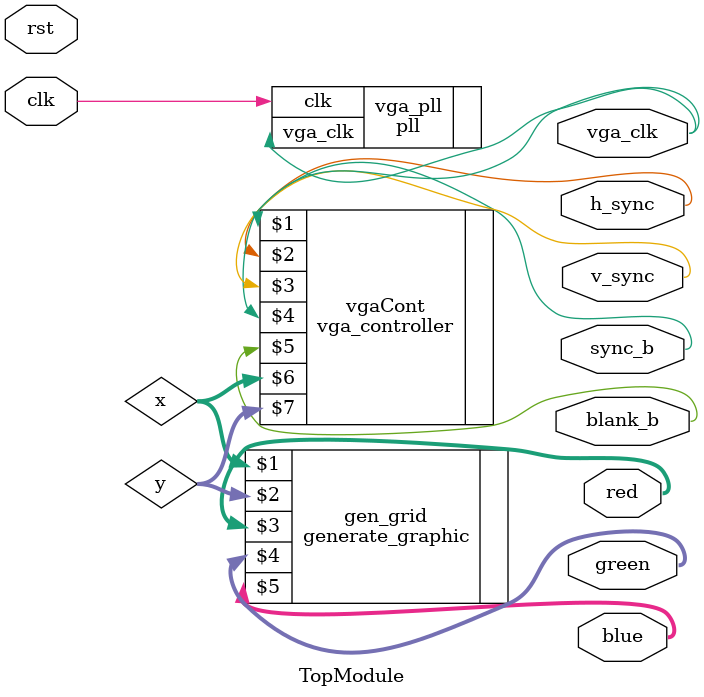
<source format=sv>
module TopModule(
			  input logic clk,
			  input logic rst,
			  output logic vga_clk,
			  output logic h_sync, v_sync,
			  output logic sync_b, blank_b,
			  output logic [7:0] red, green, blue
);
			  
	logic [9:0] x, y;
	
	pll vga_pll(.clk(clk), .vga_clk(vga_clk));
	
	vga_controller vgaCont(vga_clk, h_sync, v_sync, sync_b, blank_b, x, y);
	
	generate_graphic gen_grid(x, y, red, green, blue);
	
endmodule
</source>
